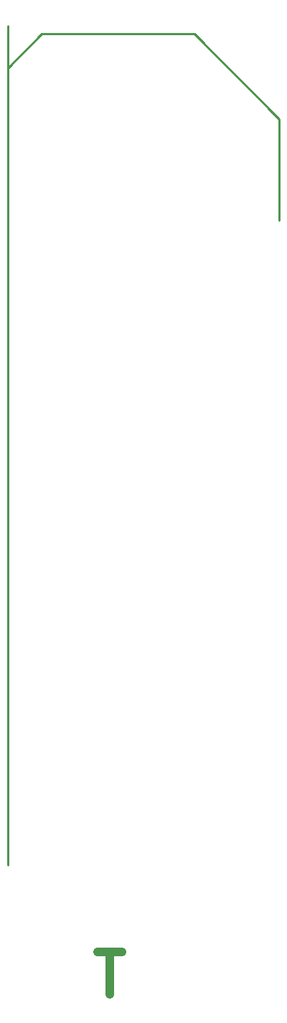
<source format=gbr>
G04 #@! TF.GenerationSoftware,KiCad,Pcbnew,5.0.2+dfsg1-1~bpo9+1*
G04 #@! TF.CreationDate,2020-01-13T16:50:13-08:00*
G04 #@! TF.ProjectId,default,64656661-756c-4742-9e6b-696361645f70,rev?*
G04 #@! TF.SameCoordinates,Original*
G04 #@! TF.FileFunction,Copper,L1,Top*
G04 #@! TF.FilePolarity,Positive*
%FSLAX46Y46*%
G04 Gerber Fmt 4.6, Leading zero omitted, Abs format (unit mm)*
G04 Created by KiCad (PCBNEW 5.0.2+dfsg1-1~bpo9+1) date Mon 13 Jan 2020 04:50:13 PM PST*
%MOMM*%
%LPD*%
G01*
G04 APERTURE LIST*
G04 #@! TA.AperFunction,NonConductor*
%ADD10C,1.000000*%
G04 #@! TD*
G04 #@! TA.AperFunction,Conductor*
%ADD11C,0.250000*%
G04 #@! TD*
G04 APERTURE END LIST*
D10*
X163571428Y-142261904D02*
X166428571Y-142261904D01*
X165000000Y-147261904D02*
X165000000Y-142261904D01*
D11*
G04 #@! TO.N,*
X153000000Y-132000000D02*
X153000000Y-51000000D01*
X153000000Y-51000000D02*
X153000000Y-38000000D01*
X153000000Y-51000000D02*
X153000000Y-33000000D01*
X153000000Y-38000000D02*
X157000000Y-34000000D01*
X157000000Y-34000000D02*
X175000000Y-34000000D01*
X175000000Y-34000000D02*
X185000000Y-44000000D01*
X185000000Y-44000000D02*
X185000000Y-56000000D01*
G04 #@! TD*
M02*

</source>
